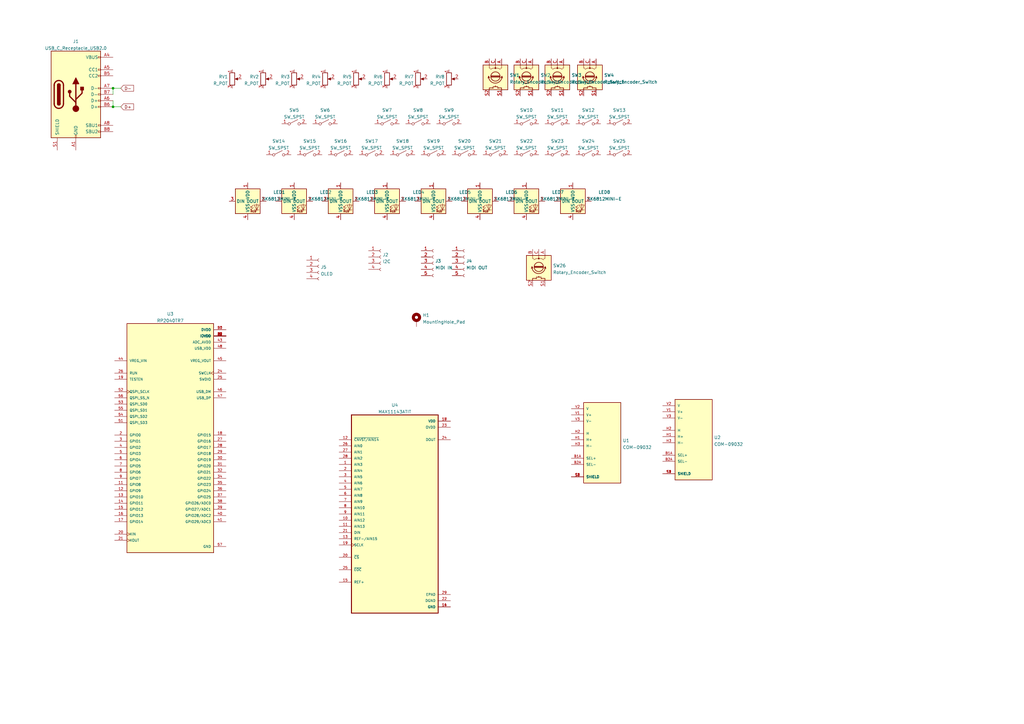
<source format=kicad_sch>
(kicad_sch (version 20211123) (generator eeschema)
  (paper "A3")
  (lib_symbols
    (symbol "COM-09032:COM-09032" (pin_names (offset 1.016))
      (property "Reference" "U" (at -7.62 16.002 0))
      (property "Value" "COM-09032" (at -7.62 -20.32 0))
      (symbol "COM-09032_0_0"
        (rectangle (start -7.62 -17.78) (end 7.62 15.24) (stroke (width 0.254)) (fill (type background)))
        (pin passive line (at -12.7 -7.62 0) (length 5.08) (name "SEL+") (number "B1A"))
        (pin passive line (at -12.7 -10.16 0) (length 5.08) (name "SEL-") (number "B2A"))
        (pin passive line (at -12.7 0 0) (length 5.08) (name "H+") (number "H1"))
        (pin passive line (at -12.7 2.54 0) (length 5.08) (name "H") (number "H2"))
        (pin passive line (at -12.7 -2.54 0) (length 5.08) (name "H-") (number "H3"))
        (pin passive line (at -12.7 -15.24 0) (length 5.08) (name "SHIELD") (number "S1"))
        (pin passive line (at -12.7 -15.24 0) (length 5.08) (name "SHIELD") (number "S2"))
        (pin passive line (at -12.7 -15.24 0) (length 5.08) (name "SHIELD") (number "S3"))
        (pin passive line (at -12.7 -15.24 0) (length 5.08) (name "SHIELD") (number "S4"))
        (pin passive line (at -12.7 10.16 0) (length 5.08) (name "V+") (number "V1"))
        (pin passive line (at -12.7 12.7 0) (length 5.08) (name "V") (number "V2"))
        (pin passive line (at -12.7 7.62 0) (length 5.08) (name "V-") (number "V3"))
      )
    )
    (symbol "Connector:Conn_01x04_Female" (pin_names (offset 1.016) hide)
      (property "Reference" "J" (at 0 5.08 0))
      (property "Value" "Conn_01x04_Female" (at 0 -7.62 0))
      (symbol "Conn_01x04_Female_1_1"
        (arc (start 0 -4.572) (mid -0.508 -5.08) (end 0 -5.588) (stroke (width 0.1524)))
        (arc (start 0 -2.032) (mid -0.508 -2.54) (end 0 -3.048) (stroke (width 0.1524)))
        (polyline (pts (xy -1.27 -5.08) (xy -0.508 -5.08)) (stroke (width 0.1524)))
        (polyline (pts (xy -1.27 -2.54) (xy -0.508 -2.54)) (stroke (width 0.1524)))
        (polyline (pts (xy -1.27 0) (xy -0.508 0)) (stroke (width 0.1524)))
        (polyline (pts (xy -1.27 2.54) (xy -0.508 2.54)) (stroke (width 0.1524)))
        (arc (start 0 0.508) (mid -0.508 0) (end 0 -0.508) (stroke (width 0.1524)))
        (arc (start 0 3.048) (mid -0.508 2.54) (end 0 2.032) (stroke (width 0.1524)))
        (pin passive line (at -5.08 2.54 0) (length 3.81) (name "Pin_1") (number "1"))
        (pin passive line (at -5.08 0 0) (length 3.81) (name "Pin_2") (number "2"))
        (pin passive line (at -5.08 -2.54 0) (length 3.81) (name "Pin_3") (number "3"))
        (pin passive line (at -5.08 -5.08 0) (length 3.81) (name "Pin_4") (number "4"))
      )
    )
    (symbol "Connector:Conn_01x05_Female" (pin_names (offset 1.016) hide)
      (property "Reference" "J" (at 0 7.62 0))
      (property "Value" "Conn_01x05_Female" (at 0 -7.62 0))
      (symbol "Conn_01x05_Female_1_1"
        (arc (start 0 -4.572) (mid -0.508 -5.08) (end 0 -5.588) (stroke (width 0.1524)))
        (arc (start 0 -2.032) (mid -0.508 -2.54) (end 0 -3.048) (stroke (width 0.1524)))
        (polyline (pts (xy -1.27 -5.08) (xy -0.508 -5.08)) (stroke (width 0.1524)))
        (polyline (pts (xy -1.27 -2.54) (xy -0.508 -2.54)) (stroke (width 0.1524)))
        (polyline (pts (xy -1.27 0) (xy -0.508 0)) (stroke (width 0.1524)))
        (polyline (pts (xy -1.27 2.54) (xy -0.508 2.54)) (stroke (width 0.1524)))
        (polyline (pts (xy -1.27 5.08) (xy -0.508 5.08)) (stroke (width 0.1524)))
        (arc (start 0 0.508) (mid -0.508 0) (end 0 -0.508) (stroke (width 0.1524)))
        (arc (start 0 3.048) (mid -0.508 2.54) (end 0 2.032) (stroke (width 0.1524)))
        (arc (start 0 5.588) (mid -0.508 5.08) (end 0 4.572) (stroke (width 0.1524)))
        (pin passive line (at -5.08 5.08 0) (length 3.81) (name "Pin_1") (number "1"))
        (pin passive line (at -5.08 2.54 0) (length 3.81) (name "Pin_2") (number "2"))
        (pin passive line (at -5.08 0 0) (length 3.81) (name "Pin_3") (number "3"))
        (pin passive line (at -5.08 -2.54 0) (length 3.81) (name "Pin_4") (number "4"))
        (pin passive line (at -5.08 -5.08 0) (length 3.81) (name "Pin_5") (number "5"))
      )
    )
    (symbol "Connector:USB_C_Receptacle_USB2.0" (pin_names (offset 1.016))
      (property "Reference" "J" (at -10.16 19.05 0))
      (property "Value" "USB_C_Receptacle_USB2.0" (at 19.05 19.05 0))
      (symbol "USB_C_Receptacle_USB2.0_0_0"
        (rectangle (start -0.254 -17.78) (end 0.254 -16.764))
        (rectangle (start 10.16 -14.986) (end 9.144 -15.494))
        (rectangle (start 10.16 -12.446) (end 9.144 -12.954))
        (rectangle (start 10.16 -4.826) (end 9.144 -5.334))
        (rectangle (start 10.16 -2.286) (end 9.144 -2.794))
        (rectangle (start 10.16 0.254) (end 9.144 -0.254))
        (rectangle (start 10.16 2.794) (end 9.144 2.286))
        (rectangle (start 10.16 7.874) (end 9.144 7.366))
        (rectangle (start 10.16 10.414) (end 9.144 9.906))
        (rectangle (start 10.16 15.494) (end 9.144 14.986))
      )
      (symbol "USB_C_Receptacle_USB2.0_0_1"
        (rectangle (start -10.16 17.78) (end 10.16 -17.78) (stroke (width 0.254)) (fill (type background)))
        (arc (start -8.89 -3.81) (mid -6.985 -5.715) (end -5.08 -3.81) (stroke (width 0.508)))
        (arc (start -7.62 -3.81) (mid -6.985 -4.445) (end -6.35 -3.81) (stroke (width 0.254)))
        (arc (start -7.62 -3.81) (mid -6.985 -4.445) (end -6.35 -3.81) (stroke (width 0.254)) (fill (type outline)))
        (rectangle (start -7.62 -3.81) (end -6.35 3.81) (stroke (width 0.254)) (fill (type outline)))
        (arc (start -6.35 3.81) (mid -6.985 4.445) (end -7.62 3.81) (stroke (width 0.254)))
        (arc (start -6.35 3.81) (mid -6.985 4.445) (end -7.62 3.81) (stroke (width 0.254)) (fill (type outline)))
        (arc (start -5.08 3.81) (mid -6.985 5.715) (end -8.89 3.81) (stroke (width 0.508)))
        (circle (center -2.54 1.143) (radius 0.635) (stroke (width 0.254)) (fill (type outline)))
        (circle (center 0 -5.842) (radius 1.27) (fill (type outline)))
        (polyline (pts (xy -8.89 -3.81) (xy -8.89 3.81)) (stroke (width 0.508)))
        (polyline (pts (xy -5.08 3.81) (xy -5.08 -3.81)) (stroke (width 0.508)))
        (polyline (pts (xy 0 -5.842) (xy 0 4.318)) (stroke (width 0.508)))
        (polyline (pts (xy 0 -3.302) (xy -2.54 -0.762) (xy -2.54 0.508)) (stroke (width 0.508)))
        (polyline (pts (xy 0 -2.032) (xy 2.54 0.508) (xy 2.54 1.778)) (stroke (width 0.508)))
        (polyline (pts (xy -1.27 4.318) (xy 0 6.858) (xy 1.27 4.318) (xy -1.27 4.318)) (stroke (width 0.254)) (fill (type outline)))
        (rectangle (start 1.905 1.778) (end 3.175 3.048) (stroke (width 0.254)) (fill (type outline)))
      )
      (symbol "USB_C_Receptacle_USB2.0_1_1"
        (pin passive line (at 0 -22.86 90) (length 5.08) (name "GND") (number "A1"))
        (pin passive line (at 0 -22.86 90) (length 5.08) hide (name "GND") (number "A12"))
        (pin passive line (at 15.24 15.24 180) (length 5.08) (name "VBUS") (number "A4"))
        (pin bidirectional line (at 15.24 10.16 180) (length 5.08) (name "CC1") (number "A5"))
        (pin bidirectional line (at 15.24 -2.54 180) (length 5.08) (name "D+") (number "A6"))
        (pin bidirectional line (at 15.24 2.54 180) (length 5.08) (name "D-") (number "A7"))
        (pin bidirectional line (at 15.24 -12.7 180) (length 5.08) (name "SBU1") (number "A8"))
        (pin passive line (at 15.24 15.24 180) (length 5.08) hide (name "VBUS") (number "A9"))
        (pin passive line (at 0 -22.86 90) (length 5.08) hide (name "GND") (number "B1"))
        (pin passive line (at 0 -22.86 90) (length 5.08) hide (name "GND") (number "B12"))
        (pin passive line (at 15.24 15.24 180) (length 5.08) hide (name "VBUS") (number "B4"))
        (pin bidirectional line (at 15.24 7.62 180) (length 5.08) (name "CC2") (number "B5"))
        (pin bidirectional line (at 15.24 -5.08 180) (length 5.08) (name "D+") (number "B6"))
        (pin bidirectional line (at 15.24 0 180) (length 5.08) (name "D-") (number "B7"))
        (pin bidirectional line (at 15.24 -15.24 180) (length 5.08) (name "SBU2") (number "B8"))
        (pin passive line (at 15.24 15.24 180) (length 5.08) hide (name "VBUS") (number "B9"))
        (pin passive line (at -7.62 -22.86 90) (length 5.08) (name "SHIELD") (number "S1"))
      )
    )
    (symbol "Device:R_POT" (pin_names (offset 1.016) hide)
      (property "Reference" "RV" (at -4.445 0 90))
      (property "Value" "R_POT" (at -2.54 0 90))
      (symbol "R_POT_0_1"
        (polyline (pts (xy 2.54 0) (xy 1.524 0)))
        (polyline (pts (xy 1.143 0) (xy 2.286 0.508) (xy 2.286 -0.508) (xy 1.143 0)) (fill (type outline)))
        (rectangle (start 1.016 2.54) (end -1.016 -2.54) (stroke (width 0.254)))
      )
      (symbol "R_POT_1_1"
        (pin passive line (at 0 3.81 270) (length 1.27) (name "1") (number "1"))
        (pin passive line (at 3.81 0 180) (length 1.27) (name "2") (number "2"))
        (pin passive line (at 0 -3.81 90) (length 1.27) (name "3") (number "3"))
      )
    )
    (symbol "Device:Rotary_Encoder_Switch" (pin_names (offset 0.254) hide)
      (property "Reference" "SW" (at 0 6.604 0))
      (property "Value" "Rotary_Encoder_Switch" (at 0 -6.604 0))
      (symbol "Rotary_Encoder_Switch_0_1"
        (rectangle (start -5.08 5.08) (end 5.08 -5.08) (stroke (width 0.254)) (fill (type background)))
        (circle (center -3.81 0) (radius 0.254) (fill (type outline)))
        (arc (start -0.381 -2.794) (mid 2.3622 -0.0635) (end -0.381 2.667) (stroke (width 0.254)))
        (circle (center -0.381 0) (radius 1.905) (stroke (width 0.254)))
        (polyline (pts (xy -0.635 -1.778) (xy -0.635 1.778)) (stroke (width 0.254)))
        (polyline (pts (xy -0.381 -1.778) (xy -0.381 1.778)) (stroke (width 0.254)))
        (polyline (pts (xy -0.127 1.778) (xy -0.127 -1.778)) (stroke (width 0.254)))
        (polyline (pts (xy 3.81 0) (xy 3.429 0)) (stroke (width 0.254)))
        (polyline (pts (xy 3.81 1.016) (xy 3.81 -1.016)) (stroke (width 0.254)))
        (polyline (pts (xy -5.08 -2.54) (xy -3.81 -2.54) (xy -3.81 -2.032)))
        (polyline (pts (xy -5.08 2.54) (xy -3.81 2.54) (xy -3.81 2.032)))
        (polyline (pts (xy 0.254 -3.048) (xy -0.508 -2.794) (xy 0.127 -2.413)) (stroke (width 0.254)))
        (polyline (pts (xy 0.254 2.921) (xy -0.508 2.667) (xy 0.127 2.286)) (stroke (width 0.254)))
        (polyline (pts (xy 5.08 -2.54) (xy 4.318 -2.54) (xy 4.318 -1.016)) (stroke (width 0.254)))
        (polyline (pts (xy 5.08 2.54) (xy 4.318 2.54) (xy 4.318 1.016)) (stroke (width 0.254)))
        (polyline (pts (xy -5.08 0) (xy -3.81 0) (xy -3.81 -1.016) (xy -3.302 -2.032)))
        (polyline (pts (xy -4.318 0) (xy -3.81 0) (xy -3.81 1.016) (xy -3.302 2.032)))
        (circle (center 4.318 -1.016) (radius 0.127) (stroke (width 0.254)))
        (circle (center 4.318 1.016) (radius 0.127) (stroke (width 0.254)))
      )
      (symbol "Rotary_Encoder_Switch_1_1"
        (pin passive line (at -7.62 2.54 0) (length 2.54) (name "A") (number "A"))
        (pin passive line (at -7.62 -2.54 0) (length 2.54) (name "B") (number "B"))
        (pin passive line (at -7.62 0 0) (length 2.54) (name "C") (number "C"))
        (pin passive line (at 7.62 2.54 180) (length 2.54) (name "S1") (number "S1"))
        (pin passive line (at 7.62 -2.54 180) (length 2.54) (name "S2") (number "S2"))
      )
    )
    (symbol "MAX11143ATIT:MAX11143ATIT" (pin_names (offset 1.016))
      (property "Reference" "U" (at -17.78 41.6306 0))
      (property "Value" "MAX11143ATIT" (at -17.78 -44.6278 0))
      (symbol "MAX11143ATIT_0_0"
        (rectangle (start -17.78 -40.64) (end 17.78 40.64) (stroke (width 0.4064)) (fill (type background)))
        (pin input line (at -22.86 20.32 0) (length 5.08) (name "AIN3") (number "1"))
        (pin input line (at -22.86 -2.54 0) (length 5.08) (name "AIN12") (number "10"))
        (pin input line (at -22.86 -5.08 0) (length 5.08) (name "AIN13") (number "11"))
        (pin input line (at -22.86 30.48 0) (length 5.08) (name "~{CNVST/AIN14}") (number "12"))
        (pin input line (at -22.86 -10.16 0) (length 5.08) (name "REF-/AIN15") (number "13"))
        (pin power_in line (at 22.86 -38.1 180) (length 5.08) (name "GND") (number "14"))
        (pin bidirectional line (at -22.86 -27.94 0) (length 5.08) (name "REF+") (number "15"))
        (pin power_in line (at 22.86 -38.1 180) (length 5.08) (name "GND") (number "16"))
        (pin power_in line (at 22.86 38.1 180) (length 5.08) (name "VDD") (number "17"))
        (pin power_in line (at 22.86 38.1 180) (length 5.08) (name "VDD") (number "18"))
        (pin input clock (at -22.86 -12.7 0) (length 5.08) (name "SCLK") (number "19"))
        (pin input line (at -22.86 17.78 0) (length 5.08) (name "AIN4") (number "2"))
        (pin bidirectional line (at -22.86 -17.78 0) (length 5.08) (name "~{CS}") (number "20"))
        (pin input line (at -22.86 -7.62 0) (length 5.08) (name "DIN") (number "21"))
        (pin power_in line (at 22.86 -35.56 180) (length 5.08) (name "DGND") (number "22"))
        (pin power_in line (at 22.86 35.56 180) (length 5.08) (name "OVDD") (number "23"))
        (pin output line (at 22.86 30.48 180) (length 5.08) (name "DOUT") (number "24"))
        (pin bidirectional line (at -22.86 -22.86 0) (length 5.08) (name "~{EOC}") (number "25"))
        (pin input line (at -22.86 27.94 0) (length 5.08) (name "AIN0") (number "26"))
        (pin input line (at -22.86 25.4 0) (length 5.08) (name "AIN1") (number "27"))
        (pin input line (at -22.86 22.86 0) (length 5.08) (name "AIN2") (number "28"))
        (pin power_in line (at 22.86 -33.02 180) (length 5.08) (name "EPAD") (number "29"))
        (pin input line (at -22.86 15.24 0) (length 5.08) (name "AIN5") (number "3"))
        (pin input line (at -22.86 12.7 0) (length 5.08) (name "AIN6") (number "4"))
        (pin input line (at -22.86 10.16 0) (length 5.08) (name "AIN7") (number "5"))
        (pin input line (at -22.86 7.62 0) (length 5.08) (name "AIN8") (number "6"))
        (pin input line (at -22.86 5.08 0) (length 5.08) (name "AIN9") (number "7"))
        (pin input line (at -22.86 2.54 0) (length 5.08) (name "AIN10") (number "8"))
        (pin input line (at -22.86 0 0) (length 5.08) (name "AIN11") (number "9"))
      )
    )
    (symbol "Mechanical:MountingHole_Pad" (pin_numbers hide) (pin_names (offset 1.016) hide)
      (property "Reference" "H" (at 0 6.35 0))
      (property "Value" "MountingHole_Pad" (at 0 4.445 0))
      (symbol "MountingHole_Pad_0_1"
        (circle (center 0 1.27) (radius 1.27) (stroke (width 1.27)))
      )
      (symbol "MountingHole_Pad_1_1"
        (pin input line (at 0 -2.54 90) (length 2.54) (name "1") (number "1"))
      )
    )
    (symbol "RP2040TR7:RP2040TR7" (pin_names (offset 1.016))
      (property "Reference" "U" (at -17.78 46.99 0))
      (property "Value" "RP2040TR7" (at -17.526 -51.562 0))
      (symbol "RP2040TR7_0_0"
        (rectangle (start -17.78 -48.26) (end 17.78 45.72) (stroke (width 0.254)) (fill (type background)))
        (pin power_in line (at 22.86 40.64 180) (length 5.08) (name "IOVDD") (number "1"))
        (pin power_in line (at 22.86 40.64 180) (length 5.08) (name "IOVDD") (number "10"))
        (pin bidirectional line (at -22.86 -20.32 0) (length 5.08) (name "GPIO8") (number "11"))
        (pin bidirectional line (at -22.86 -22.86 0) (length 5.08) (name "GPIO9") (number "12"))
        (pin bidirectional line (at -22.86 -25.4 0) (length 5.08) (name "GPIO10") (number "13"))
        (pin bidirectional line (at -22.86 -27.94 0) (length 5.08) (name "GPIO11") (number "14"))
        (pin bidirectional line (at -22.86 -30.48 0) (length 5.08) (name "GPIO12") (number "15"))
        (pin bidirectional line (at -22.86 -33.02 0) (length 5.08) (name "GPIO13") (number "16"))
        (pin bidirectional line (at -22.86 -35.56 0) (length 5.08) (name "GPIO14") (number "17"))
        (pin bidirectional line (at 22.86 0 180) (length 5.08) (name "GPIO15") (number "18"))
        (pin input line (at -22.86 22.86 0) (length 5.08) (name "TESTEN") (number "19"))
        (pin bidirectional line (at -22.86 0 0) (length 5.08) (name "GPIO0") (number "2"))
        (pin input clock (at -22.86 -40.64 0) (length 5.08) (name "XIN") (number "20"))
        (pin output clock (at -22.86 -43.18 0) (length 5.08) (name "XOUT") (number "21"))
        (pin power_in line (at 22.86 40.64 180) (length 5.08) (name "IOVDD") (number "22"))
        (pin power_in line (at 22.86 43.18 180) (length 5.08) (name "DVDD") (number "23"))
        (pin input clock (at 22.86 25.4 180) (length 5.08) (name "SWCLK") (number "24"))
        (pin bidirectional line (at 22.86 22.86 180) (length 5.08) (name "SWDIO") (number "25"))
        (pin input line (at -22.86 25.4 0) (length 5.08) (name "RUN") (number "26"))
        (pin bidirectional line (at 22.86 -2.54 180) (length 5.08) (name "GPIO16") (number "27"))
        (pin bidirectional line (at 22.86 -5.08 180) (length 5.08) (name "GPIO17") (number "28"))
        (pin bidirectional line (at 22.86 -7.62 180) (length 5.08) (name "GPIO18") (number "29"))
        (pin bidirectional line (at -22.86 -2.54 0) (length 5.08) (name "GPIO1") (number "3"))
        (pin bidirectional line (at 22.86 -10.16 180) (length 5.08) (name "GPIO19") (number "30"))
        (pin bidirectional line (at 22.86 -12.7 180) (length 5.08) (name "GPIO20") (number "31"))
        (pin bidirectional line (at 22.86 -15.24 180) (length 5.08) (name "GPIO21") (number "32"))
        (pin power_in line (at 22.86 40.64 180) (length 5.08) (name "IOVDD") (number "33"))
        (pin bidirectional line (at 22.86 -17.78 180) (length 5.08) (name "GPIO22") (number "34"))
        (pin bidirectional line (at 22.86 -20.32 180) (length 5.08) (name "GPIO23") (number "35"))
        (pin bidirectional line (at 22.86 -22.86 180) (length 5.08) (name "GPIO24") (number "36"))
        (pin bidirectional line (at 22.86 -25.4 180) (length 5.08) (name "GPIO25") (number "37"))
        (pin bidirectional line (at 22.86 -27.94 180) (length 5.08) (name "GPIO26/ADC0") (number "38"))
        (pin bidirectional line (at 22.86 -30.48 180) (length 5.08) (name "GPIO27/ADC1") (number "39"))
        (pin bidirectional line (at -22.86 -5.08 0) (length 5.08) (name "GPIO2") (number "4"))
        (pin bidirectional line (at 22.86 -33.02 180) (length 5.08) (name "GPIO28/ADC2") (number "40"))
        (pin bidirectional line (at 22.86 -35.56 180) (length 5.08) (name "GPIO29/ADC3") (number "41"))
        (pin power_in line (at 22.86 40.64 180) (length 5.08) (name "IOVDD") (number "42"))
        (pin power_in line (at 22.86 38.1 180) (length 5.08) (name "ADC_AVDD") (number "43"))
        (pin input line (at -22.86 30.48 0) (length 5.08) (name "VREG_VIN") (number "44"))
        (pin output line (at 22.86 30.48 180) (length 5.08) (name "VREG_VOUT") (number "45"))
        (pin bidirectional line (at 22.86 17.78 180) (length 5.08) (name "USB_DM") (number "46"))
        (pin bidirectional line (at 22.86 15.24 180) (length 5.08) (name "USB_DP") (number "47"))
        (pin power_in line (at 22.86 35.56 180) (length 5.08) (name "USB_VDD") (number "48"))
        (pin power_in line (at 22.86 40.64 180) (length 5.08) (name "IOVDD") (number "49"))
        (pin bidirectional line (at -22.86 -7.62 0) (length 5.08) (name "GPIO3") (number "5"))
        (pin power_in line (at 22.86 43.18 180) (length 5.08) (name "DVDD") (number "50"))
        (pin bidirectional line (at -22.86 5.08 0) (length 5.08) (name "QSPI_SD3") (number "51"))
        (pin bidirectional clock (at -22.86 17.78 0) (length 5.08) (name "QSPI_SCLK") (number "52"))
        (pin bidirectional line (at -22.86 12.7 0) (length 5.08) (name "QSPI_SD0") (number "53"))
        (pin bidirectional line (at -22.86 7.62 0) (length 5.08) (name "QSPI_SD2") (number "54"))
        (pin bidirectional line (at -22.86 10.16 0) (length 5.08) (name "QSPI_SD1") (number "55"))
        (pin bidirectional line (at -22.86 15.24 0) (length 5.08) (name "QSPI_SS_N") (number "56"))
        (pin power_in line (at 22.86 -45.72 180) (length 5.08) (name "GND") (number "57"))
        (pin bidirectional line (at -22.86 -10.16 0) (length 5.08) (name "GPIO4") (number "6"))
        (pin bidirectional line (at -22.86 -12.7 0) (length 5.08) (name "GPIO5") (number "7"))
        (pin bidirectional line (at -22.86 -15.24 0) (length 5.08) (name "GPIO6") (number "8"))
        (pin bidirectional line (at -22.86 -17.78 0) (length 5.08) (name "GPIO7") (number "9"))
      )
    )
    (symbol "Switch:SW_SPST" (pin_names (offset 0) hide)
      (property "Reference" "SW" (at 0 3.175 0))
      (property "Value" "SW_SPST" (at 0 -2.54 0))
      (symbol "SW_SPST_0_0"
        (circle (center -2.032 0) (radius 0.508))
        (polyline (pts (xy -1.524 0.254) (xy 1.524 1.778)))
        (circle (center 2.032 0) (radius 0.508))
      )
      (symbol "SW_SPST_1_1"
        (pin passive line (at -5.08 0 0) (length 2.54) (name "A") (number "1"))
        (pin passive line (at 5.08 0 180) (length 2.54) (name "B") (number "2"))
      )
    )
    (symbol "marbastlib-various:SK6812MINI-E"
      (property "Reference" "LED" (at 2.54 -6.35 0))
      (property "Value" "SK6812MINI-E" (at 7.62 6.35 0))
      (symbol "SK6812MINI-E_0_0"
        (text "RGB" (at 2.286 -4.191 0) (effects (font (size 0.762 0.762))))
      )
      (symbol "SK6812MINI-E_0_1"
        (polyline (pts (xy 1.27 -3.556) (xy 1.778 -3.556)))
        (polyline (pts (xy 1.27 -2.54) (xy 1.778 -2.54)))
        (polyline (pts (xy 4.699 -3.556) (xy 2.667 -3.556)))
        (polyline (pts (xy 2.286 -2.54) (xy 1.27 -3.556) (xy 1.27 -3.048)))
        (polyline (pts (xy 2.286 -1.524) (xy 1.27 -2.54) (xy 1.27 -2.032)))
        (polyline (pts (xy 3.683 -1.016) (xy 3.683 -3.556) (xy 3.683 -4.064)))
        (polyline (pts (xy 4.699 -1.524) (xy 2.667 -1.524) (xy 3.683 -3.556) (xy 4.699 -1.524)))
        (rectangle (start 5.08 5.08) (end -5.08 -5.08) (stroke (width 0.254)) (fill (type background)))
      )
      (symbol "SK6812MINI-E_1_1"
        (pin power_in line (at 0 7.62 270) (length 2.54) (name "VDD") (number "1"))
        (pin output line (at 7.62 0 180) (length 2.54) (name "DOUT") (number "2"))
        (pin input line (at -7.62 0 0) (length 2.54) (name "DIN") (number "3"))
        (pin power_in line (at 0 -7.62 90) (length 2.54) (name "VSS") (number "4"))
      )
    )
  )
  (junction (at 46.355 43.815))
  (junction (at 46.355 36.195))
  (wire (pts (xy 46.355 41.275) (xy 46.355 43.815)))
  (wire (pts (xy 46.355 36.195) (xy 46.355 38.735)))
  (wire (pts (xy 46.355 43.815) (xy 49.53 43.815)))
  (wire (pts (xy 46.355 36.195) (xy 49.53 36.195)))
  (global_label "D+" (shape input) (at 49.53 43.815 0) (property "Intersheet References" "${INTERSHEET_REFS}" (effects hide)))
  (global_label "D-" (shape input) (at 49.53 36.195 0) (property "Intersheet References" "${INTERSHEET_REFS}" (effects hide)))
  (symbol (lib_id "Device:R_POT") (at 95.25 32.385 0) (unit 1)
    (property "Reference" "RV1" (at 93.4721 31.4765 0) (effects (justify right)))
    (property "Value" "R_POT" (at 93.4721 34.2516 0) (effects (justify right)))
    (property "Footprint" "Potentiometer_THT:Potentiometer_Bourns_PTA2043_Single_Slide" (effects hide))
  )
  (symbol (lib_id "COM-09032:COM-09032") (at 247.015 180.34 0) (unit 1)
    (property "Reference" "U1" (at 255.397 180.7015 0) (effects (justify left)))
    (property "Value" "COM-09032" (at 255.397 183.4766 0) (effects (justify left)))
    (property "Footprint" "SnapEDA Library:XDCR_COM-09032" (effects hide))
    (property "MAXIMUM_PACKAGE_HEIGHT" "30.1mm" (effects hide))
    (property "PARTREV" "N/A" (effects hide))
    (property "MANUFACTURER" "SparkFun Electronics" (effects hide))
    (property "STANDARD" "Manufacturer Recommendations" (effects hide))
  )
  (symbol (lib_id "Switch:SW_SPST") (at 177.8 63.5 0) (unit 1)
    (property "Reference" "SW19" (at 177.8 57.8825 0))
    (property "Value" "SW_SPST" (at 177.8 60.6576 0))
    (property "Footprint" "marbastlib-mx:SW_MX_HS_1u" (effects hide))
  )
  (symbol (lib_id "Switch:SW_SPST") (at 171.45 50.8 0) (unit 1)
    (property "Reference" "SW8" (at 171.45 45.1825 0))
    (property "Value" "SW_SPST" (at 171.45 47.9576 0))
    (property "Footprint" "marbastlib-mx:SW_MX_HS_1u" (effects hide))
  )
  (symbol (lib_id "marbastlib-various:SK6812MINI-E") (at 120.65 82.55 0) (unit 1)
    (property "Reference" "LED2" (at 133.5866 78.8248 0))
    (property "Value" "SK6812MINI-E" (at 133.5866 81.5999 0))
    (property "Footprint" "marbastlib-mx:LED_MX_6028R" (effects hide))
  )
  (symbol (lib_id "Device:R_POT") (at 171.45 32.385 0) (unit 1)
    (property "Reference" "RV7" (at 169.6721 31.4765 0) (effects (justify right)))
    (property "Value" "R_POT" (at 169.6721 34.2516 0) (effects (justify right)))
    (property "Footprint" "Potentiometer_THT:Potentiometer_Bourns_PTA2043_Single_Slide" (effects hide))
  )
  (symbol (lib_id "Switch:SW_SPST") (at 120.65 50.8 0) (unit 1)
    (property "Reference" "SW5" (at 120.65 45.1825 0))
    (property "Value" "SW_SPST" (at 120.65 47.9576 0))
    (property "Footprint" "marbastlib-mx:SW_MX_HS_1u" (effects hide))
  )
  (symbol (lib_id "Switch:SW_SPST") (at 184.15 50.8 0) (unit 1)
    (property "Reference" "SW9" (at 184.15 45.1825 0))
    (property "Value" "SW_SPST" (at 184.15 47.9576 0))
    (property "Footprint" "marbastlib-mx:SW_MX_HS_1u" (effects hide))
  )
  (symbol (lib_id "Switch:SW_SPST") (at 127 63.5 0) (unit 1)
    (property "Reference" "SW15" (at 127 57.8825 0))
    (property "Value" "SW_SPST" (at 127 60.6576 0))
    (property "Footprint" "marbastlib-mx:SW_MX_HS_1u" (effects hide))
  )
  (symbol (lib_id "Switch:SW_SPST") (at 190.5 63.5 0) (unit 1)
    (property "Reference" "SW20" (at 190.5 57.8825 0))
    (property "Value" "SW_SPST" (at 190.5 60.6576 0))
    (property "Footprint" "marbastlib-mx:SW_MX_HS_1u" (effects hide))
  )
  (symbol (lib_id "Switch:SW_SPST") (at 241.3 63.5 0) (unit 1)
    (property "Reference" "SW24" (at 241.3 57.8825 0))
    (property "Value" "SW_SPST" (at 241.3 60.6576 0))
    (property "Footprint" "marbastlib-mx:SW_MX_HS_1u" (effects hide))
  )
  (symbol (lib_id "Switch:SW_SPST") (at 152.4 63.5 0) (unit 1)
    (property "Reference" "SW17" (at 152.4 57.8825 0))
    (property "Value" "SW_SPST" (at 152.4 60.6576 0))
    (property "Footprint" "marbastlib-mx:SW_MX_HS_1u" (effects hide))
  )
  (symbol (lib_id "Connector:Conn_01x04_Female") (at 156.21 105.41 0) (unit 1)
    (property "Reference" "J2" (at 156.9212 104.5015 0) (effects (justify left)))
    (property "Value" "I2C" (at 156.9212 107.2766 0) (effects (justify left)))
    (property "Footprint" "Connector_PinHeader_2.54mm:PinHeader_1x04_P2.54mm_Vertical" (effects hide))
  )
  (symbol (lib_id "marbastlib-various:SK6812MINI-E") (at 101.6 82.55 0) (unit 1)
    (property "Reference" "LED1" (at 114.5366 78.8248 0))
    (property "Value" "SK6812MINI-E" (at 114.5366 81.5999 0))
    (property "Footprint" "marbastlib-mx:LED_MX_6028R" (effects hide))
  )
  (symbol (lib_id "marbastlib-various:SK6812MINI-E") (at 196.85 82.55 0) (unit 1)
    (property "Reference" "LED6" (at 209.7866 78.8248 0))
    (property "Value" "SK6812MINI-E" (at 209.7866 81.5999 0))
    (property "Footprint" "marbastlib-mx:LED_MX_6028R" (effects hide))
  )
  (symbol (lib_id "Switch:SW_SPST") (at 254 50.8 0) (unit 1)
    (property "Reference" "SW13" (at 254 45.1825 0))
    (property "Value" "SW_SPST" (at 254 47.9576 0))
    (property "Footprint" "marbastlib-mx:SW_MX_HS_1u" (effects hide))
  )
  (symbol (lib_id "marbastlib-various:SK6812MINI-E") (at 215.9 82.55 0) (unit 1)
    (property "Reference" "LED7" (at 228.8366 78.8248 0))
    (property "Value" "SK6812MINI-E" (at 228.8366 81.5999 0))
    (property "Footprint" "marbastlib-mx:LED_MX_6028R" (effects hide))
  )
  (symbol (lib_id "Switch:SW_SPST") (at 203.2 63.5 0) (unit 1)
    (property "Reference" "SW21" (at 203.2 57.8825 0))
    (property "Value" "SW_SPST" (at 203.2 60.6576 0))
    (property "Footprint" "marbastlib-mx:SW_MX_HS_1u" (effects hide))
  )
  (symbol (lib_id "Device:Rotary_Encoder_Switch") (at 228.6 31.75 270) (unit 1)
    (property "Reference" "SW3" (at 234.442 30.8415 90) (effects (justify left)))
    (property "Value" "Rotary_Encoder_Switch" (at 234.442 33.6166 90) (effects (justify left)))
    (property "Footprint" "Keebio-Parts:RotaryEncoder_Alps_EC11E-Switch_Vertical_H20mm" (effects hide))
  )
  (symbol (lib_id "Device:R_POT") (at 158.75 32.385 0) (unit 1)
    (property "Reference" "RV6" (at 156.9721 31.4765 0) (effects (justify right)))
    (property "Value" "R_POT" (at 156.9721 34.2516 0) (effects (justify right)))
    (property "Footprint" "Potentiometer_THT:Potentiometer_Bourns_PTA2043_Single_Slide" (effects hide))
  )
  (symbol (lib_id "Switch:SW_SPST") (at 228.6 63.5 0) (unit 1)
    (property "Reference" "SW23" (at 228.6 57.8825 0))
    (property "Value" "SW_SPST" (at 228.6 60.6576 0))
    (property "Footprint" "marbastlib-mx:SW_MX_HS_1u" (effects hide))
  )
  (symbol (lib_id "Switch:SW_SPST") (at 114.3 63.5 0) (unit 1)
    (property "Reference" "SW14" (at 114.3 57.8825 0))
    (property "Value" "SW_SPST" (at 114.3 60.6576 0))
    (property "Footprint" "marbastlib-mx:SW_MX_HS_1u" (effects hide))
  )
  (symbol (lib_id "Switch:SW_SPST") (at 133.35 50.8 0) (unit 1)
    (property "Reference" "SW6" (at 133.35 45.1825 0))
    (property "Value" "SW_SPST" (at 133.35 47.9576 0))
    (property "Footprint" "marbastlib-mx:SW_MX_HS_1u" (effects hide))
  )
  (symbol (lib_id "Switch:SW_SPST") (at 139.7 63.5 0) (unit 1)
    (property "Reference" "SW16" (at 139.7 57.8825 0))
    (property "Value" "SW_SPST" (at 139.7 60.6576 0))
    (property "Footprint" "marbastlib-mx:SW_MX_HS_1u" (effects hide))
  )
  (symbol (lib_id "Switch:SW_SPST") (at 165.1 63.5 0) (unit 1)
    (property "Reference" "SW18" (at 165.1 57.8825 0))
    (property "Value" "SW_SPST" (at 165.1 60.6576 0))
    (property "Footprint" "marbastlib-mx:SW_MX_HS_1u" (effects hide))
  )
  (symbol (lib_id "marbastlib-various:SK6812MINI-E") (at 234.95 82.55 0) (unit 1)
    (property "Reference" "LED8" (at 247.8866 78.8248 0))
    (property "Value" "SK6812MINI-E" (at 247.8866 81.5999 0))
    (property "Footprint" "marbastlib-mx:LED_MX_6028R" (effects hide))
  )
  (symbol (lib_id "Device:R_POT") (at 120.65 32.385 0) (unit 1)
    (property "Reference" "RV3" (at 118.8721 31.4765 0) (effects (justify right)))
    (property "Value" "R_POT" (at 118.8721 34.2516 0) (effects (justify right)))
    (property "Footprint" "Potentiometer_THT:Potentiometer_Bourns_PTA2043_Single_Slide" (effects hide))
  )
  (symbol (lib_id "marbastlib-various:SK6812MINI-E") (at 177.8 82.55 0) (unit 1)
    (property "Reference" "LED5" (at 190.7366 78.8248 0))
    (property "Value" "SK6812MINI-E" (at 190.7366 81.5999 0))
    (property "Footprint" "marbastlib-mx:LED_MX_6028R" (effects hide))
  )
  (symbol (lib_id "Device:R_POT") (at 146.05 32.385 0) (unit 1)
    (property "Reference" "RV5" (at 144.2721 31.4765 0) (effects (justify right)))
    (property "Value" "R_POT" (at 144.2721 34.2516 0) (effects (justify right)))
    (property "Footprint" "Potentiometer_THT:Potentiometer_Bourns_PTA2043_Single_Slide" (effects hide))
  )
  (symbol (lib_id "Connector:USB_C_Receptacle_USB2.0") (at 31.115 38.735 0) (unit 1)
    (property "Reference" "J1" (at 31.115 16.9885 0))
    (property "Value" "USB_C_Receptacle_USB2.0" (at 31.115 19.7636 0))
    (property "Footprint" "Connector_USB:USB_C_Receptacle_HRO_TYPE-C-31-M-12" (effects hide))
    (property "Datasheet" "https://www.usb.org/sites/default/files/documents/usb_type-c.zip" (effects hide))
  )
  (symbol (lib_id "Mechanical:MountingHole_Pad") (at 170.815 131.445 0) (unit 1)
    (property "Reference" "H1" (at 173.355 129.2665 0) (effects (justify left)))
    (property "Value" "MountingHole_Pad" (at 173.355 132.0416 0) (effects (justify left)))
    (property "Footprint" "kicad:Minivan-reference" (effects hide))
  )
  (symbol (lib_id "Device:Rotary_Encoder_Switch") (at 241.935 31.75 270) (unit 1)
    (property "Reference" "SW4" (at 247.777 30.8415 90) (effects (justify left)))
    (property "Value" "Rotary_Encoder_Switch" (at 247.777 33.6166 90) (effects (justify left)))
    (property "Footprint" "Keebio-Parts:RotaryEncoder_Alps_EC11E-Switch_Vertical_H20mm" (effects hide))
  )
  (symbol (lib_id "MAX11143ATIT:MAX11143ATIT") (at 161.925 210.82 0) (unit 1)
    (property "Reference" "U4" (at 161.925 166.1373 0))
    (property "Value" "MAX11143ATIT" (at 161.925 168.9124 0))
    (property "Footprint" "SnapEDA Library:QFN50P500X500X80-29N" (effects hide))
  )
  (symbol (lib_id "Device:Rotary_Encoder_Switch") (at 220.98 109.855 270) (unit 1)
    (property "Reference" "SW26" (at 226.822 108.9465 90) (effects (justify left)))
    (property "Value" "Rotary_Encoder_Switch" (at 226.822 111.7216 90) (effects (justify left)))
    (property "Footprint" "Keebio-Parts:RotaryEncoder_Alps_EC11E-Switch_Vertical_H20mm" (effects hide))
  )
  (symbol (lib_id "COM-09032:COM-09032") (at 284.48 179.07 0) (unit 1)
    (property "Reference" "U2" (at 292.862 179.4315 0) (effects (justify left)))
    (property "Value" "COM-09032" (at 292.862 182.2066 0) (effects (justify left)))
    (property "Footprint" "SnapEDA Library:XDCR_COM-09032" (effects hide))
    (property "MAXIMUM_PACKAGE_HEIGHT" "30.1mm" (effects hide))
    (property "PARTREV" "N/A" (effects hide))
    (property "MANUFACTURER" "SparkFun Electronics" (effects hide))
    (property "STANDARD" "Manufacturer Recommendations" (effects hide))
  )
  (symbol (lib_id "Switch:SW_SPST") (at 241.3 50.8 0) (unit 1)
    (property "Reference" "SW12" (at 241.3 45.1825 0))
    (property "Value" "SW_SPST" (at 241.3 47.9576 0))
    (property "Footprint" "marbastlib-mx:SW_MX_HS_1u" (effects hide))
  )
  (symbol (lib_id "Switch:SW_SPST") (at 215.9 50.8 0) (unit 1)
    (property "Reference" "SW10" (at 215.9 45.1825 0))
    (property "Value" "SW_SPST" (at 215.9 47.9576 0))
    (property "Footprint" "marbastlib-mx:SW_MX_HS_1u" (effects hide))
  )
  (symbol (lib_id "RP2040TR7:RP2040TR7") (at 69.85 178.435 0) (unit 1)
    (property "Reference" "U3" (at 69.85 128.7485 0))
    (property "Value" "RP2040TR7" (at 69.85 131.5236 0))
    (property "Footprint" "SnapEDA Library:QFN40P700X700X90-57N" (effects hide))
    (property "MAXIMUM_PACKAGE_HEIGHT" "0.9mm" (effects hide))
    (property "STANDARD" "IPC 7351B" (effects hide))
    (property "PARTREV" "1.7.1" (effects hide))
    (property "MANUFACTURER" "Raspberry Pi" (effects hide))
  )
  (symbol (lib_id "Connector:Conn_01x05_Female") (at 190.5 107.95 0) (unit 1)
    (property "Reference" "J4" (at 191.2112 107.0415 0) (effects (justify left)))
    (property "Value" "MIDI OUT" (at 191.2112 109.8166 0) (effects (justify left)))
    (property "Footprint" "Keebio-Parts:TRRS_Jack" (effects hide))
  )
  (symbol (lib_id "Device:R_POT") (at 133.35 32.385 0) (unit 1)
    (property "Reference" "RV4" (at 131.5721 31.4765 0) (effects (justify right)))
    (property "Value" "R_POT" (at 131.5721 34.2516 0) (effects (justify right)))
    (property "Footprint" "Potentiometer_THT:Potentiometer_Bourns_PTA2043_Single_Slide" (effects hide))
  )
  (symbol (lib_id "Connector:Conn_01x04_Female") (at 130.81 109.22 0) (unit 1)
    (property "Reference" "J5" (at 131.5212 109.5815 0) (effects (justify left)))
    (property "Value" "OLED" (at 131.5212 112.3566 0) (effects (justify left)))
    (property "Footprint" "Connector_PinHeader_2.54mm:PinHeader_1x04_P2.54mm_Vertical" (effects hide))
  )
  (symbol (lib_id "Connector:Conn_01x05_Female") (at 177.8 107.95 0) (unit 1)
    (property "Reference" "J3" (at 178.5112 107.0415 0) (effects (justify left)))
    (property "Value" "MIDI IN" (at 178.5112 109.8166 0) (effects (justify left)))
    (property "Footprint" "Keebio-Parts:TRRS_Jack" (effects hide))
  )
  (symbol (lib_id "Device:Rotary_Encoder_Switch") (at 215.9 31.75 270) (unit 1)
    (property "Reference" "SW2" (at 221.742 30.8415 90) (effects (justify left)))
    (property "Value" "Rotary_Encoder_Switch" (at 221.742 33.6166 90) (effects (justify left)))
    (property "Footprint" "Keebio-Parts:RotaryEncoder_Alps_EC11E-Switch_Vertical_H20mm" (effects hide))
  )
  (symbol (lib_id "marbastlib-various:SK6812MINI-E") (at 139.7 82.55 0) (unit 1)
    (property "Reference" "LED3" (at 152.6366 78.8248 0))
    (property "Value" "SK6812MINI-E" (at 152.6366 81.5999 0))
    (property "Footprint" "marbastlib-mx:LED_MX_6028R" (effects hide))
  )
  (symbol (lib_id "Switch:SW_SPST") (at 228.6 50.8 0) (unit 1)
    (property "Reference" "SW11" (at 228.6 45.1825 0))
    (property "Value" "SW_SPST" (at 228.6 47.9576 0))
    (property "Footprint" "marbastlib-mx:SW_MX_HS_1u" (effects hide))
  )
  (symbol (lib_id "Device:R_POT") (at 184.15 32.385 0) (unit 1)
    (property "Reference" "RV8" (at 182.3721 31.4765 0) (effects (justify right)))
    (property "Value" "R_POT" (at 182.3721 34.2516 0) (effects (justify right)))
    (property "Footprint" "Potentiometer_THT:Potentiometer_Bourns_PTA2043_Single_Slide" (effects hide))
  )
  (symbol (lib_id "marbastlib-various:SK6812MINI-E") (at 158.75 82.55 0) (unit 1)
    (property "Reference" "LED4" (at 171.6866 78.8248 0))
    (property "Value" "SK6812MINI-E" (at 171.6866 81.5999 0))
    (property "Footprint" "marbastlib-mx:LED_MX_6028R" (effects hide))
  )
  (symbol (lib_id "Switch:SW_SPST") (at 254 63.5 0) (unit 1)
    (property "Reference" "SW25" (at 254 57.8825 0))
    (property "Value" "SW_SPST" (at 254 60.6576 0))
    (property "Footprint" "marbastlib-mx:SW_MX_HS_1u" (effects hide))
  )
  (symbol (lib_id "Device:Rotary_Encoder_Switch") (at 203.2 31.75 270) (unit 1)
    (property "Reference" "SW1" (at 209.042 30.8415 90) (effects (justify left)))
    (property "Value" "Rotary_Encoder_Switch" (at 209.042 33.6166 90) (effects (justify left)))
    (property "Footprint" "Keebio-Parts:RotaryEncoder_Alps_EC11E-Switch_Vertical_H20mm" (effects hide))
  )
  (symbol (lib_id "Switch:SW_SPST") (at 215.9 63.5 0) (unit 1)
    (property "Reference" "SW22" (at 215.9 57.8825 0))
    (property "Value" "SW_SPST" (at 215.9 60.6576 0))
    (property "Footprint" "marbastlib-mx:SW_MX_HS_1u" (effects hide))
  )
  (symbol (lib_id "Switch:SW_SPST") (at 158.75 50.8 0) (unit 1)
    (property "Reference" "SW7" (at 158.75 45.1825 0))
    (property "Value" "SW_SPST" (at 158.75 47.9576 0))
    (property "Footprint" "marbastlib-mx:SW_MX_HS_1u" (effects hide))
  )
  (symbol (lib_id "Device:R_POT") (at 107.95 32.385 0) (unit 1)
    (property "Reference" "RV2" (at 106.1721 31.4765 0) (effects (justify right)))
    (property "Value" "R_POT" (at 106.1721 34.2516 0) (effects (justify right)))
    (property "Footprint" "Potentiometer_THT:Potentiometer_Bourns_PTA2043_Single_Slide" (effects hide))
  )
)
</source>
